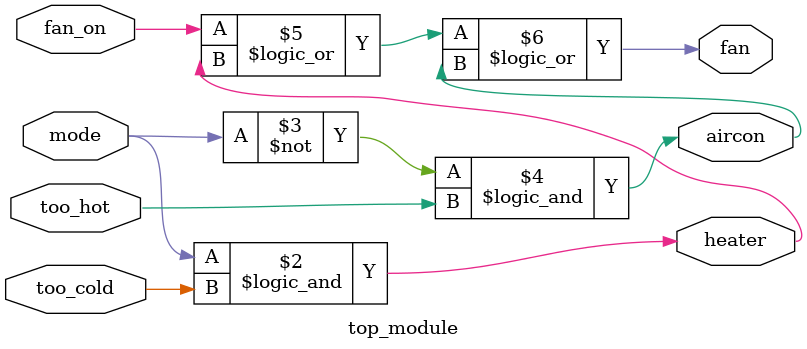
<source format=sv>
module top_module(
    input mode,
    input too_cold, 
    input too_hot,
    input fan_on,
    output heater,
    output aircon,
    output fan
);

    // assign the outputs based on the inputs and conditions
    assign heater = (mode == 1) && too_cold;
    assign aircon = (mode == 0) && too_hot;
    assign fan = fan_on || heater || aircon;

endmodule

</source>
